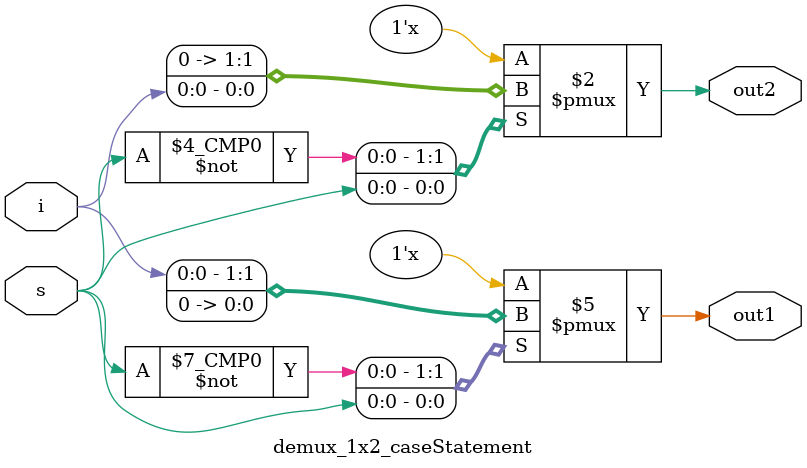
<source format=v>
`timescale 1ns / 1ps
module demux_1x2_caseStatement(
	 input i,
    input s,
    output reg out1,
    output reg out2
    );
	 always @(*)
	 begin
		case(s)
		1'b0: begin out1 = i; out2 = 0; end
		1'b1: begin out2 = i; out1 = 0; end
		default: {out1,out2} = 2'bxx;
		endcase
	 end


endmodule

</source>
